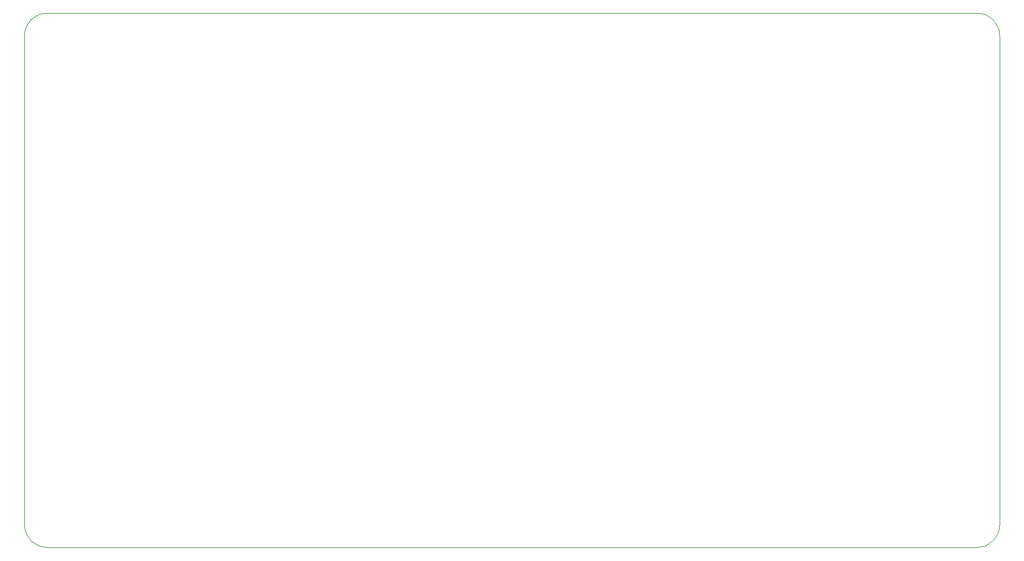
<source format=gm1>
G04 #@! TF.GenerationSoftware,KiCad,Pcbnew,(5.1.4)-1*
G04 #@! TF.CreationDate,2023-03-06T13:27:41+02:00*
G04 #@! TF.ProjectId,Keyboard,4b657962-6f61-4726-942e-6b696361645f,rev?*
G04 #@! TF.SameCoordinates,Original*
G04 #@! TF.FileFunction,Profile,NP*
%FSLAX46Y46*%
G04 Gerber Fmt 4.6, Leading zero omitted, Abs format (unit mm)*
G04 Created by KiCad (PCBNEW (5.1.4)-1) date 2023-03-06 13:27:41*
%MOMM*%
%LPD*%
G04 APERTURE LIST*
%ADD10C,0.050000*%
G04 APERTURE END LIST*
D10*
X61912500Y-163512500D02*
X194468750Y-163512500D01*
X61912500Y-163512500D02*
G75*
G02X58737500Y-160337500I0J3175000D01*
G01*
X58737500Y-90487500D02*
X58737500Y-160337500D01*
X61912500Y-87312500D02*
X194468750Y-87312500D01*
X58737500Y-90487500D02*
G75*
G02X61912500Y-87312500I3175000J0D01*
G01*
X197643750Y-90487500D02*
X197643750Y-160337500D01*
X197643750Y-160337500D02*
G75*
G02X194468750Y-163512500I-3175000J0D01*
G01*
X194468750Y-87312500D02*
G75*
G02X197643750Y-90487500I0J-3175000D01*
G01*
M02*

</source>
